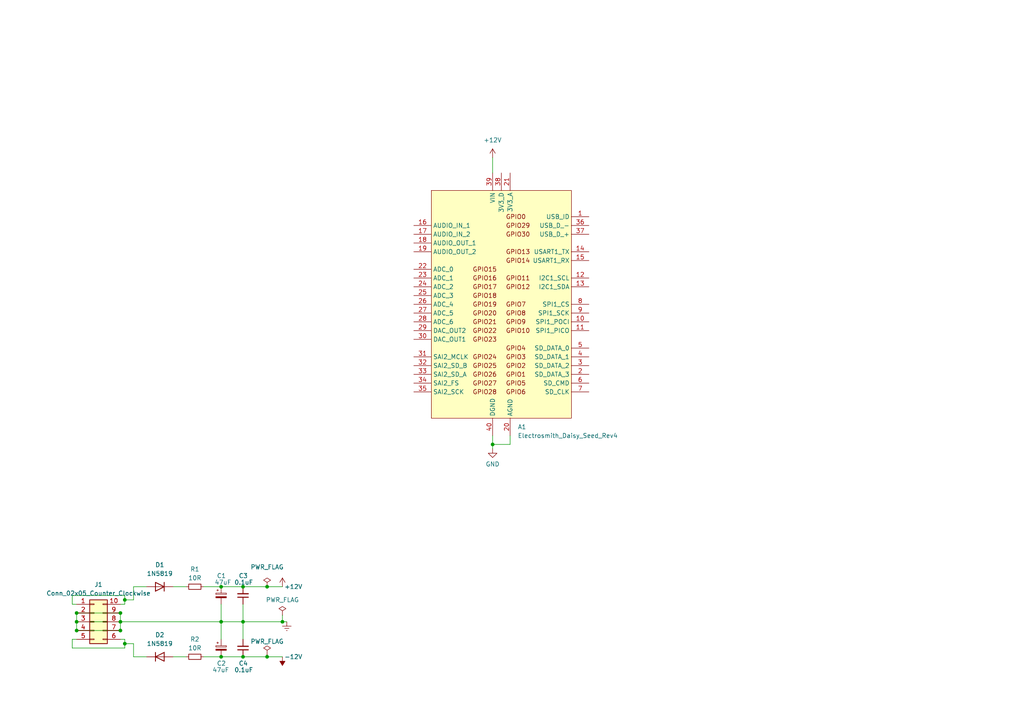
<source format=kicad_sch>
(kicad_sch (version 20230121) (generator eeschema)
  (paper "A4")
  (lib_symbols
    (symbol "Connector_Generic:Conn_02x05_Counter_Clockwise" (pin_names (offset 1.016) hide)
      (property "Reference" "J" (at 1.27 7.62 0))
      (property "Value" "Conn_02x05_Counter_Clockwise" (at 1.27 -7.62 0))
      (symbol "Conn_02x05_Counter_Clockwise_1_1"
        (rectangle (start -1.27 -4.953) (end 0 -5.207) (stroke (width 0.1524)))
        (rectangle (start -1.27 -2.413) (end 0 -2.667) (stroke (width 0.1524)))
        (rectangle (start -1.27 0.127) (end 0 -0.127) (stroke (width 0.1524)))
        (rectangle (start -1.27 2.667) (end 0 2.413) (stroke (width 0.1524)))
        (rectangle (start -1.27 5.207) (end 0 4.953) (stroke (width 0.1524)))
        (rectangle (start -1.27 6.35) (end 3.81 -6.35) (stroke (width 0.254)) (fill (type background)))
        (rectangle (start 3.81 -4.953) (end 2.54 -5.207) (stroke (width 0.1524)))
        (rectangle (start 3.81 -2.413) (end 2.54 -2.667) (stroke (width 0.1524)))
        (rectangle (start 3.81 0.127) (end 2.54 -0.127) (stroke (width 0.1524)))
        (rectangle (start 3.81 2.667) (end 2.54 2.413) (stroke (width 0.1524)))
        (rectangle (start 3.81 5.207) (end 2.54 4.953) (stroke (width 0.1524)))
        (pin passive line (at -5.08 5.08 0) (length 3.81) (name "Pin_1") (number "1"))
        (pin passive line (at 7.62 5.08 180) (length 3.81) (name "Pin_10") (number "10"))
        (pin passive line (at -5.08 2.54 0) (length 3.81) (name "Pin_2") (number "2"))
        (pin passive line (at -5.08 0 0) (length 3.81) (name "Pin_3") (number "3"))
        (pin passive line (at -5.08 -2.54 0) (length 3.81) (name "Pin_4") (number "4"))
        (pin passive line (at -5.08 -5.08 0) (length 3.81) (name "Pin_5") (number "5"))
        (pin passive line (at 7.62 -5.08 180) (length 3.81) (name "Pin_6") (number "6"))
        (pin passive line (at 7.62 -2.54 180) (length 3.81) (name "Pin_7") (number "7"))
        (pin passive line (at 7.62 0 180) (length 3.81) (name "Pin_8") (number "8"))
        (pin passive line (at 7.62 2.54 180) (length 3.81) (name "Pin_9") (number "9"))
      )
    )
    (symbol "Device:C_Polarized_Small" (pin_numbers hide) (pin_names (offset 0.254) hide)
      (property "Reference" "C" (at 0.254 1.778 0))
      (property "Value" "C_Polarized_Small" (at 0.254 -2.032 0))
      (symbol "C_Polarized_Small_0_1"
        (rectangle (start -1.524 -0.3048) (end 1.524 -0.6858) (fill (type outline)))
        (rectangle (start -1.524 0.6858) (end 1.524 0.3048))
        (polyline (pts (xy -1.27 1.524) (xy -0.762 1.524)))
        (polyline (pts (xy -1.016 1.27) (xy -1.016 1.778)))
      )
      (symbol "C_Polarized_Small_1_1"
        (pin passive line (at 0 2.54 270) (length 1.8542) (name "~") (number "1"))
        (pin passive line (at 0 -2.54 90) (length 1.8542) (name "~") (number "2"))
      )
    )
    (symbol "Device:C_Small" (pin_numbers hide) (pin_names (offset 0.254) hide)
      (property "Reference" "C" (at 0.254 1.778 0))
      (property "Value" "C_Small" (at 0.254 -2.032 0))
      (symbol "C_Small_0_1"
        (polyline (pts (xy -1.524 -0.508) (xy 1.524 -0.508)) (stroke (width 0.3302)))
        (polyline (pts (xy -1.524 0.508) (xy 1.524 0.508)) (stroke (width 0.3048)))
      )
      (symbol "C_Small_1_1"
        (pin passive line (at 0 2.54 270) (length 2.032) (name "~") (number "1"))
        (pin passive line (at 0 -2.54 90) (length 2.032) (name "~") (number "2"))
      )
    )
    (symbol "Device:R_Small" (pin_numbers hide) (pin_names (offset 0.254) hide)
      (property "Reference" "R" (at 0.762 0.508 0))
      (property "Value" "R_Small" (at 0.762 -1.016 0))
      (symbol "R_Small_0_1"
        (rectangle (start -0.762 1.778) (end 0.762 -1.778) (stroke (width 0.2032)))
      )
      (symbol "R_Small_1_1"
        (pin passive line (at 0 2.54 270) (length 0.762) (name "~") (number "1"))
        (pin passive line (at 0 -2.54 90) (length 0.762) (name "~") (number "2"))
      )
    )
    (symbol "Diode:1N4148" (pin_numbers hide) (pin_names hide)
      (property "Reference" "D" (at 0 2.54 0))
      (property "Value" "1N4148" (at 0 -2.54 0))
      (symbol "1N4148_0_1"
        (polyline (pts (xy -1.27 1.27) (xy -1.27 -1.27)) (stroke (width 0.254)))
        (polyline (pts (xy 1.27 0) (xy -1.27 0)))
        (polyline (pts (xy 1.27 1.27) (xy 1.27 -1.27) (xy -1.27 0) (xy 1.27 1.27)) (stroke (width 0.254)))
      )
      (symbol "1N4148_1_1"
        (pin passive line (at -3.81 0 0) (length 2.54) (name "K") (number "1"))
        (pin passive line (at 3.81 0 180) (length 2.54) (name "A") (number "2"))
      )
    )
    (symbol "MCU_Module:Electrosmith_Daisy_Seed_Rev4"
      (property "Reference" "A" (at -20.32 34.29 0))
      (property "Value" "Electrosmith_Daisy_Seed_Rev4" (at 33.02 34.29 0))
      (symbol "Electrosmith_Daisy_Seed_Rev4_0_0"
        (text "GPIO0" (at 1.27 25.4 0) (effects (font (size 1.27 1.27)) (justify left)))
        (text "GPIO1" (at 1.27 -20.32 0) (effects (font (size 1.27 1.27)) (justify left)))
        (text "GPIO10" (at 1.27 -7.62 0) (effects (font (size 1.27 1.27)) (justify left)))
        (text "GPIO11" (at 1.27 7.62 0) (effects (font (size 1.27 1.27)) (justify left)))
        (text "GPIO12" (at 1.27 5.08 0) (effects (font (size 1.27 1.27)) (justify left)))
        (text "GPIO13" (at 1.27 15.24 0) (effects (font (size 1.27 1.27)) (justify left)))
        (text "GPIO14" (at 1.27 12.7 0) (effects (font (size 1.27 1.27)) (justify left)))
        (text "GPIO15" (at -1.27 10.16 0) (effects (font (size 1.27 1.27)) (justify right)))
        (text "GPIO16" (at -1.27 7.62 0) (effects (font (size 1.27 1.27)) (justify right)))
        (text "GPIO17" (at -1.27 5.08 0) (effects (font (size 1.27 1.27)) (justify right)))
        (text "GPIO18" (at -1.27 2.54 0) (effects (font (size 1.27 1.27)) (justify right)))
        (text "GPIO19" (at -1.27 0 0) (effects (font (size 1.27 1.27)) (justify right)))
        (text "GPIO2" (at 1.27 -17.78 0) (effects (font (size 1.27 1.27)) (justify left)))
        (text "GPIO20" (at -1.27 -2.54 0) (effects (font (size 1.27 1.27)) (justify right)))
        (text "GPIO21" (at -1.27 -5.08 0) (effects (font (size 1.27 1.27)) (justify right)))
        (text "GPIO22" (at -1.27 -7.62 0) (effects (font (size 1.27 1.27)) (justify right)))
        (text "GPIO23" (at -1.27 -10.16 0) (effects (font (size 1.27 1.27)) (justify right)))
        (text "GPIO24" (at -1.27 -15.24 0) (effects (font (size 1.27 1.27)) (justify right)))
        (text "GPIO25" (at -1.27 -17.78 0) (effects (font (size 1.27 1.27)) (justify right)))
        (text "GPIO26" (at -1.27 -20.32 0) (effects (font (size 1.27 1.27)) (justify right)))
        (text "GPIO27" (at -1.27 -22.86 0) (effects (font (size 1.27 1.27)) (justify right)))
        (text "GPIO28" (at -1.27 -25.4 0) (effects (font (size 1.27 1.27)) (justify right)))
        (text "GPIO29" (at 1.27 22.86 0) (effects (font (size 1.27 1.27)) (justify left)))
        (text "GPIO3" (at 1.27 -15.24 0) (effects (font (size 1.27 1.27)) (justify left)))
        (text "GPIO30" (at 1.27 20.32 0) (effects (font (size 1.27 1.27)) (justify left)))
        (text "GPIO4" (at 1.27 -12.7 0) (effects (font (size 1.27 1.27)) (justify left)))
        (text "GPIO5" (at 1.27 -22.86 0) (effects (font (size 1.27 1.27)) (justify left)))
        (text "GPIO6" (at 1.27 -25.4 0) (effects (font (size 1.27 1.27)) (justify left)))
        (text "GPIO7" (at 1.27 0 0) (effects (font (size 1.27 1.27)) (justify left)))
        (text "GPIO8" (at 1.27 -2.54 0) (effects (font (size 1.27 1.27)) (justify left)))
        (text "GPIO9" (at 1.27 -5.08 0) (effects (font (size 1.27 1.27)) (justify left)))
        (pin bidirectional line (at 25.4 25.4 180) (length 5.08) (name "USB_ID") (number "1"))
        (pin bidirectional line (at 25.4 -5.08 180) (length 5.08) (name "SPI1_POCI") (number "10"))
        (pin bidirectional line (at 25.4 -7.62 180) (length 5.08) (name "SPI1_PICO") (number "11"))
        (pin bidirectional line (at 25.4 7.62 180) (length 5.08) (name "I2C1_SCL") (number "12"))
        (pin bidirectional line (at 25.4 5.08 180) (length 5.08) (name "I2C1_SDA") (number "13"))
        (pin bidirectional line (at 25.4 15.24 180) (length 5.08) (name "USART1_TX") (number "14"))
        (pin bidirectional line (at 25.4 12.7 180) (length 5.08) (name "USART1_RX") (number "15"))
        (pin input line (at -25.4 22.86 0) (length 5.08) (name "AUDIO_IN_1") (number "16"))
        (pin input line (at -25.4 20.32 0) (length 5.08) (name "AUDIO_IN_2") (number "17"))
        (pin output line (at -25.4 17.78 0) (length 5.08) (name "AUDIO_OUT_1") (number "18"))
        (pin output line (at -25.4 15.24 0) (length 5.08) (name "AUDIO_OUT_2") (number "19"))
        (pin bidirectional line (at 25.4 -20.32 180) (length 5.08) (name "SD_DATA_3") (number "2"))
        (pin power_in line (at 2.54 -38.1 90) (length 5.08) (name "AGND") (number "20"))
        (pin power_out line (at 2.54 38.1 270) (length 5.08) (name "3V3_A") (number "21"))
        (pin bidirectional line (at -25.4 10.16 0) (length 5.08) (name "ADC_0") (number "22"))
        (pin bidirectional line (at -25.4 7.62 0) (length 5.08) (name "ADC_1") (number "23"))
        (pin bidirectional line (at -25.4 5.08 0) (length 5.08) (name "ADC_2") (number "24"))
        (pin bidirectional line (at -25.4 2.54 0) (length 5.08) (name "ADC_3") (number "25"))
        (pin bidirectional line (at -25.4 0 0) (length 5.08) (name "ADC_4") (number "26"))
        (pin bidirectional line (at -25.4 -2.54 0) (length 5.08) (name "ADC_5") (number "27"))
        (pin bidirectional line (at -25.4 -5.08 0) (length 5.08) (name "ADC_6") (number "28"))
        (pin bidirectional line (at -25.4 -7.62 0) (length 5.08) (name "DAC_OUT2") (number "29"))
        (pin bidirectional line (at 25.4 -17.78 180) (length 5.08) (name "SD_DATA_2") (number "3"))
        (pin bidirectional line (at -25.4 -10.16 0) (length 5.08) (name "DAC_OUT1") (number "30"))
        (pin bidirectional line (at -25.4 -15.24 0) (length 5.08) (name "SAI2_MCLK") (number "31"))
        (pin bidirectional line (at -25.4 -17.78 0) (length 5.08) (name "SAI2_SD_B") (number "32"))
        (pin bidirectional line (at -25.4 -20.32 0) (length 5.08) (name "SAI2_SD_A") (number "33"))
        (pin bidirectional line (at -25.4 -22.86 0) (length 5.08) (name "SAI2_FS") (number "34"))
        (pin bidirectional line (at -25.4 -25.4 0) (length 5.08) (name "SAI2_SCK") (number "35"))
        (pin bidirectional line (at 25.4 22.86 180) (length 5.08) (name "USB_D_-") (number "36"))
        (pin bidirectional line (at 25.4 20.32 180) (length 5.08) (name "USB_D_+") (number "37"))
        (pin power_out line (at 0 38.1 270) (length 5.08) (name "3V3_D") (number "38"))
        (pin power_in line (at -2.54 38.1 270) (length 5.08) (name "VIN") (number "39"))
        (pin bidirectional line (at 25.4 -15.24 180) (length 5.08) (name "SD_DATA_1") (number "4"))
        (pin power_in line (at -2.54 -38.1 90) (length 5.08) (name "DGND") (number "40"))
        (pin bidirectional line (at 25.4 -12.7 180) (length 5.08) (name "SD_DATA_0") (number "5"))
        (pin bidirectional line (at 25.4 -22.86 180) (length 5.08) (name "SD_CMD") (number "6"))
        (pin bidirectional line (at 25.4 -25.4 180) (length 5.08) (name "SD_CLK") (number "7"))
        (pin bidirectional line (at 25.4 0 180) (length 5.08) (name "SPI1_CS") (number "8"))
        (pin bidirectional line (at 25.4 -2.54 180) (length 5.08) (name "SPI1_SCK") (number "9"))
      )
      (symbol "Electrosmith_Daisy_Seed_Rev4_0_1"
        (rectangle (start -20.32 33.02) (end 20.32 -33.02) (fill (type background)))
      )
    )
    (symbol "power:+12V" (power) (pin_names (offset 0))
      (property "Value" "+12V" (at 0 3.556 0))
      (symbol "+12V_0_1"
        (polyline (pts (xy -0.762 1.27) (xy 0 2.54)))
        (polyline (pts (xy 0 0) (xy 0 2.54)))
        (polyline (pts (xy 0 2.54) (xy 0.762 1.27)))
      )
      (symbol "+12V_1_1"
        (pin power_in line (at 0 0 90) (length 0) hide (name "+12V") (number "1"))
      )
    )
    (symbol "power:-12V" (power) (pin_names (offset 0))
      (property "Value" "-12V" (at 0 3.81 0))
      (symbol "-12V_0_0"
        (pin power_in line (at 0 0 90) (length 0) hide (name "-12V") (number "1"))
      )
      (symbol "-12V_0_1"
        (polyline (pts (xy 0 0) (xy 0 1.27) (xy 0.762 1.27) (xy 0 2.54) (xy -0.762 1.27) (xy 0 1.27)) (fill (type outline)))
      )
    )
    (symbol "power:Earth" (power) (pin_names (offset 0))
      (symbol "Earth_0_1"
        (polyline (pts (xy -0.635 -1.905) (xy 0.635 -1.905)))
        (polyline (pts (xy -0.127 -2.54) (xy 0.127 -2.54)))
        (polyline (pts (xy 0 -1.27) (xy 0 0)))
        (polyline (pts (xy 1.27 -1.27) (xy -1.27 -1.27)))
      )
      (symbol "Earth_1_1"
        (pin power_in line (at 0 0 270) (length 0) hide (name "Earth") (number "1"))
      )
    )
    (symbol "power:GND" (power) (pin_names (offset 0))
      (property "Value" "GND" (at 0 -3.81 0))
      (symbol "GND_0_1"
        (polyline (pts (xy 0 0) (xy 0 -1.27) (xy 1.27 -1.27) (xy 0 -2.54) (xy -1.27 -1.27) (xy 0 -1.27)))
      )
      (symbol "GND_1_1"
        (pin power_in line (at 0 0 270) (length 0) hide (name "GND") (number "1"))
      )
    )
    (symbol "power:PWR_FLAG" (power) (pin_numbers hide) (pin_names (offset 0) hide)
      (property "Value" "PWR_FLAG" (at 0 3.81 0))
      (symbol "PWR_FLAG_0_0"
        (pin power_out line (at 0 0 90) (length 0) (name "pwr") (number "1"))
      )
      (symbol "PWR_FLAG_0_1"
        (polyline (pts (xy 0 0) (xy 0 1.27) (xy -1.016 1.905) (xy 0 2.54) (xy 1.016 1.905) (xy 0 1.27)))
      )
    )
  )
  (junction (at 22.225 177.8))
  (junction (at 142.875 128.905))
  (junction (at 77.47 190.5))
  (junction (at 22.225 180.34))
  (junction (at 22.225 182.88))
  (junction (at 64.135 170.18))
  (junction (at 36.195 173.99))
  (junction (at 70.485 190.5))
  (junction (at 70.485 170.18))
  (junction (at 36.195 186.69))
  (junction (at 64.135 190.5))
  (junction (at 34.925 182.88))
  (junction (at 34.925 180.34))
  (junction (at 77.47 170.18))
  (junction (at 34.925 177.8))
  (junction (at 81.915 180.34))
  (junction (at 70.485 180.34))
  (junction (at 64.135 180.34))
  (wire (pts (xy 22.225 175.26) (xy 20.955 175.26)))
  (wire (pts (xy 38.735 190.5) (xy 42.545 190.5)))
  (wire (pts (xy 77.47 190.5) (xy 81.915 190.5)))
  (wire (pts (xy 36.195 186.69) (xy 38.735 186.69)))
  (wire (pts (xy 64.135 190.5) (xy 70.485 190.5)))
  (wire (pts (xy 22.225 177.8) (xy 34.925 177.8)))
  (wire (pts (xy 20.955 187.96) (xy 36.195 187.96)))
  (wire (pts (xy 22.225 177.8) (xy 22.225 180.34)))
  (wire (pts (xy 64.135 170.18) (xy 70.485 170.18)))
  (wire (pts (xy 22.225 180.34) (xy 34.925 180.34)))
  (wire (pts (xy 147.955 126.365) (xy 147.955 128.905)))
  (wire (pts (xy 38.735 170.18) (xy 42.545 170.18)))
  (wire (pts (xy 64.135 180.34) (xy 70.485 180.34)))
  (wire (pts (xy 38.735 173.99) (xy 38.735 170.18)))
  (wire (pts (xy 36.195 175.26) (xy 34.925 175.26)))
  (wire (pts (xy 50.165 190.5) (xy 53.975 190.5)))
  (wire (pts (xy 77.47 189.865) (xy 77.47 190.5)))
  (wire (pts (xy 34.925 180.34) (xy 34.925 182.88)))
  (wire (pts (xy 34.925 177.8) (xy 34.925 180.34)))
  (wire (pts (xy 59.055 170.18) (xy 64.135 170.18)))
  (wire (pts (xy 64.135 175.26) (xy 64.135 180.34)))
  (wire (pts (xy 36.195 187.96) (xy 36.195 186.69)))
  (wire (pts (xy 64.135 180.34) (xy 64.135 185.42)))
  (wire (pts (xy 77.47 170.18) (xy 81.915 170.18)))
  (wire (pts (xy 70.485 180.34) (xy 81.915 180.34)))
  (wire (pts (xy 20.955 172.72) (xy 36.195 172.72)))
  (wire (pts (xy 22.225 185.42) (xy 20.955 185.42)))
  (wire (pts (xy 50.165 170.18) (xy 53.975 170.18)))
  (wire (pts (xy 81.915 180.34) (xy 83.185 180.34)))
  (wire (pts (xy 36.195 173.99) (xy 36.195 175.26)))
  (wire (pts (xy 36.195 172.72) (xy 36.195 173.99)))
  (wire (pts (xy 70.485 190.5) (xy 77.47 190.5)))
  (wire (pts (xy 142.875 128.905) (xy 142.875 130.175)))
  (wire (pts (xy 147.955 128.905) (xy 142.875 128.905)))
  (wire (pts (xy 142.875 45.72) (xy 142.875 50.165)))
  (wire (pts (xy 70.485 185.42) (xy 70.485 180.34)))
  (wire (pts (xy 20.955 185.42) (xy 20.955 187.96)))
  (wire (pts (xy 36.195 185.42) (xy 34.925 185.42)))
  (wire (pts (xy 22.225 182.88) (xy 34.925 182.88)))
  (wire (pts (xy 70.485 175.26) (xy 70.485 180.34)))
  (wire (pts (xy 36.195 173.99) (xy 38.735 173.99)))
  (wire (pts (xy 22.225 180.34) (xy 22.225 182.88)))
  (wire (pts (xy 59.055 190.5) (xy 64.135 190.5)))
  (wire (pts (xy 142.875 126.365) (xy 142.875 128.905)))
  (wire (pts (xy 38.735 190.5) (xy 38.735 186.69)))
  (wire (pts (xy 34.925 180.34) (xy 64.135 180.34)))
  (wire (pts (xy 36.195 186.69) (xy 36.195 185.42)))
  (wire (pts (xy 81.915 178.435) (xy 81.915 180.34)))
  (wire (pts (xy 70.485 170.18) (xy 77.47 170.18)))
  (wire (pts (xy 20.955 175.26) (xy 20.955 172.72)))
  (symbol (lib_id "power:GND") (at 142.875 130.175 0) (unit 1)
    (property "Reference" "#PWR02" (effects hide))
    (property "Value" "GND" (at 142.875 134.62 0))
  )
  (symbol (lib_id "Device:R_Small") (at 56.515 170.18 90) (unit 1)
    (property "Reference" "R1" (at 56.515 165.1 90))
    (property "Value" "10R" (at 56.515 167.64 90))
    (property "Footprint" "Resistor_THT:R_Axial_DIN0207_L6.3mm_D2.5mm_P2.54mm_Vertical" (effects hide))
  )
  (symbol (lib_id "Diode:1N4148") (at 46.355 170.18 180) (unit 1)
    (property "Reference" "D1" (at 46.355 163.83 0))
    (property "Value" "1N5819" (at 46.355 166.37 0))
    (property "Footprint" "Diode_THT:D_DO-35_SOD27_P7.62mm_Horizontal" (effects hide))
    (property "Datasheet" "https://assets.nexperia.com/documents/data-sheet/1N4148_1N4448.pdf" (effects hide))
    (property "Sim.Device" "D" (effects hide))
    (property "Sim.Pins" "1=K 2=A" (effects hide))
  )
  (symbol (lib_id "power:PWR_FLAG") (at 77.47 170.18 0) (unit 1)
    (property "Reference" "#FLG01" (effects hide))
    (property "Value" "PWR_FLAG" (at 77.47 164.465 0))
  )
  (symbol (lib_id "Device:C_Polarized_Small") (at 64.135 172.72 0) (unit 1)
    (property "Reference" "C1" (at 62.865 167.005 0) (effects (justify left)))
    (property "Value" "47uF" (at 62.23 168.91 0) (effects (justify left)))
    (property "Footprint" "Capacitor_THT:CP_Radial_D5.0mm_P2.50mm" (effects hide))
  )
  (symbol (lib_id "power:PWR_FLAG") (at 77.47 189.865 0) (unit 1)
    (property "Reference" "#FLG02" (effects hide))
    (property "Value" "PWR_FLAG" (at 77.47 186.055 0))
  )
  (symbol (lib_id "power:+12V") (at 81.915 170.18 0) (unit 1)
    (property "Reference" "#PWR04" (effects hide))
    (property "Value" "+12V" (at 85.09 170.18 0))
  )
  (symbol (lib_id "Device:C_Small") (at 70.485 187.96 180) (unit 1)
    (property "Reference" "C4" (at 69.215 192.405 0) (effects (justify right)))
    (property "Value" "0.1uF" (at 67.945 194.31 0) (effects (justify right)))
    (property "Footprint" "Capacitor_THT:C_Disc_D6.0mm_W2.5mm_P5.00mm" (effects hide))
  )
  (symbol (lib_id "power:PWR_FLAG") (at 81.915 178.435 0) (unit 1)
    (property "Reference" "#FLG03" (effects hide))
    (property "Value" "PWR_FLAG" (at 81.915 173.99 0))
  )
  (symbol (lib_id "Connector_Generic:Conn_02x05_Counter_Clockwise") (at 27.305 180.34 0) (unit 1)
    (property "Reference" "J1" (at 28.575 169.545 0))
    (property "Value" "Conn_02x05_Counter_Clockwise" (at 28.575 172.085 0))
    (property "Footprint" "My_Library:PinHeader_2x05_P1.27mm_Vertical_MyVersion" (effects hide))
  )
  (symbol (lib_id "power:Earth") (at 83.185 180.34 0) (unit 1)
    (property "Reference" "#PWR06" (effects hide))
    (property "Value" "Earth" (effects hide))
  )
  (symbol (lib_id "power:-12V") (at 81.915 190.5 180) (unit 1)
    (property "Reference" "#PWR05" (effects hide))
    (property "Value" "-12V" (at 85.09 190.5 0))
  )
  (symbol (lib_id "Device:R_Small") (at 56.515 190.5 90) (unit 1)
    (property "Reference" "R2" (at 56.515 185.42 90))
    (property "Value" "10R" (at 56.515 187.96 90))
    (property "Footprint" "Resistor_THT:R_Axial_DIN0207_L6.3mm_D2.5mm_P2.54mm_Vertical" (effects hide))
  )
  (symbol (lib_id "MCU_Module:Electrosmith_Daisy_Seed_Rev4") (at 145.415 88.265 0) (unit 1)
    (property "Reference" "A1" (at 150.1491 123.825 0) (effects (justify left)))
    (property "Value" "Electrosmith_Daisy_Seed_Rev4" (at 150.1491 126.365 0) (effects (justify left)))
    (property "Footprint" "Module:Electrosmith_Daisy_Seed" (effects hide))
    (property "Datasheet" "https://static1.squarespace.com/static/58d03fdc1b10e3bf442567b8/t/6227e6236f02fb68d1577146/1646781988478/Daisy_Seed_datasheet_v1.0.3.pdf" (effects hide))
  )
  (symbol (lib_id "power:+12V") (at 142.875 45.72 0) (unit 1)
    (property "Reference" "#PWR01" (effects hide))
    (property "Value" "+12V" (at 142.875 40.64 0))
  )
  (symbol (lib_id "Device:C_Small") (at 70.485 172.72 180) (unit 1)
    (property "Reference" "C3" (at 69.215 167.005 0) (effects (justify right)))
    (property "Value" "0.1uF" (at 67.945 168.91 0) (effects (justify right)))
    (property "Footprint" "Capacitor_THT:C_Disc_D6.0mm_W2.5mm_P5.00mm" (effects hide))
  )
  (symbol (lib_id "Diode:1N4148") (at 46.355 190.5 0) (unit 1)
    (property "Reference" "D2" (at 46.355 184.15 0))
    (property "Value" "1N5819" (at 46.355 186.69 0))
    (property "Footprint" "Diode_THT:D_DO-35_SOD27_P7.62mm_Horizontal" (effects hide))
    (property "Datasheet" "https://assets.nexperia.com/documents/data-sheet/1N4148_1N4448.pdf" (effects hide))
    (property "Sim.Device" "D" (effects hide))
    (property "Sim.Pins" "1=K 2=A" (effects hide))
  )
  (symbol (lib_id "Device:C_Polarized_Small") (at 64.135 187.96 0) (unit 1)
    (property "Reference" "C2" (at 62.865 192.405 0) (effects (justify left)))
    (property "Value" "47uF" (at 61.595 194.31 0) (effects (justify left)))
    (property "Footprint" "Capacitor_THT:CP_Radial_D5.0mm_P2.50mm" (effects hide))
  )
)
</source>
